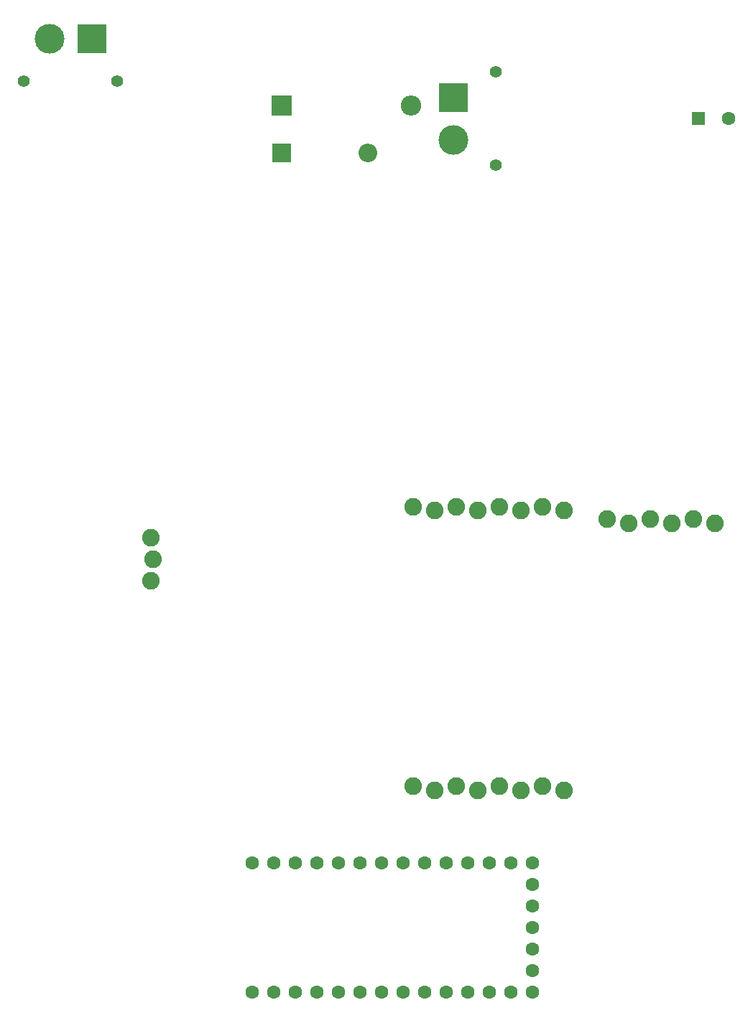
<source format=gbs>
%TF.GenerationSoftware,KiCad,Pcbnew,(6.0.0-0)*%
%TF.CreationDate,2022-03-22T21:17:22+08:00*%
%TF.ProjectId,layer2,6c617965-7232-42e6-9b69-6361645f7063,rev?*%
%TF.SameCoordinates,Original*%
%TF.FileFunction,Soldermask,Bot*%
%TF.FilePolarity,Negative*%
%FSLAX46Y46*%
G04 Gerber Fmt 4.6, Leading zero omitted, Abs format (unit mm)*
G04 Created by KiCad (PCBNEW (6.0.0-0)) date 2022-03-22 21:17:22*
%MOMM*%
%LPD*%
G01*
G04 APERTURE LIST*
%ADD10C,1.600000*%
%ADD11R,2.400000X2.400000*%
%ADD12O,2.400000X2.400000*%
%ADD13C,2.082800*%
%ADD14C,1.400000*%
%ADD15R,3.500000X3.500000*%
%ADD16C,3.500000*%
%ADD17R,2.200000X2.200000*%
%ADD18O,2.200000X2.200000*%
%ADD19R,1.600000X1.600000*%
G04 APERTURE END LIST*
D10*
%TO.C,MU0*%
X112395000Y-184520000D03*
X114935000Y-184520000D03*
X117475000Y-184520000D03*
X120015000Y-184520000D03*
X142875000Y-179440000D03*
X114935000Y-169280000D03*
X122555000Y-184520000D03*
X125095000Y-184520000D03*
X127635000Y-184520000D03*
X130175000Y-184520000D03*
X132715000Y-184520000D03*
X135255000Y-184520000D03*
X137795000Y-184520000D03*
X140335000Y-184520000D03*
X142875000Y-184520000D03*
X142875000Y-169280000D03*
X140335000Y-169280000D03*
X137795000Y-169280000D03*
X135255000Y-169280000D03*
X132715000Y-169280000D03*
X130175000Y-169280000D03*
X127635000Y-169280000D03*
X125095000Y-169280000D03*
X122555000Y-169280000D03*
X120015000Y-169280000D03*
X117475000Y-169280000D03*
X109855000Y-184520000D03*
X142875000Y-176900000D03*
X112395000Y-169280000D03*
X142875000Y-171820000D03*
X142875000Y-174360000D03*
X142875000Y-181980000D03*
X109855000Y-169280000D03*
%TD*%
D11*
%TO.C,DRIBBLERD1*%
X113284000Y-80028000D03*
D12*
X128524000Y-80028000D03*
%TD*%
D13*
%TO.C,BUCKJ1*%
X97873000Y-136000000D03*
X98127000Y-133460000D03*
X97873000Y-130920000D03*
%TD*%
%TO.C,OPENMVJ1*%
X128778000Y-160274000D03*
X131318000Y-160731200D03*
X133858000Y-160274000D03*
X136398000Y-160731200D03*
X138938000Y-160274000D03*
X141478000Y-160731200D03*
X144018000Y-160274000D03*
X146558000Y-160731200D03*
%TD*%
D14*
%TO.C,J1*%
X82932000Y-77136000D03*
X93932000Y-77136000D03*
D15*
X90932000Y-72136000D03*
D16*
X85932000Y-72136000D03*
%TD*%
D14*
%TO.C,DRIBBLERJ1*%
X138550000Y-87034000D03*
X138550000Y-76034000D03*
D15*
X133550000Y-79034000D03*
D16*
X133550000Y-84034000D03*
%TD*%
D13*
%TO.C,BTJ1*%
X151650000Y-128746000D03*
X154190000Y-129254000D03*
X156730000Y-128746000D03*
X159270000Y-129254000D03*
X161810000Y-128746000D03*
X164350000Y-129254000D03*
%TD*%
D17*
%TO.C,DRIBBLERD2*%
X113284000Y-85598000D03*
D18*
X123444000Y-85598000D03*
%TD*%
D13*
%TO.C,OPENMVJ2*%
X128778000Y-127279400D03*
X131318000Y-127736600D03*
X133858000Y-127279400D03*
X136398000Y-127736600D03*
X138938000Y-127279400D03*
X141478000Y-127736600D03*
X144018000Y-127279400D03*
X146558000Y-127736600D03*
%TD*%
D19*
%TO.C,DRIBBLERCP1*%
X162431349Y-81534000D03*
D10*
X165931349Y-81534000D03*
%TD*%
M02*

</source>
